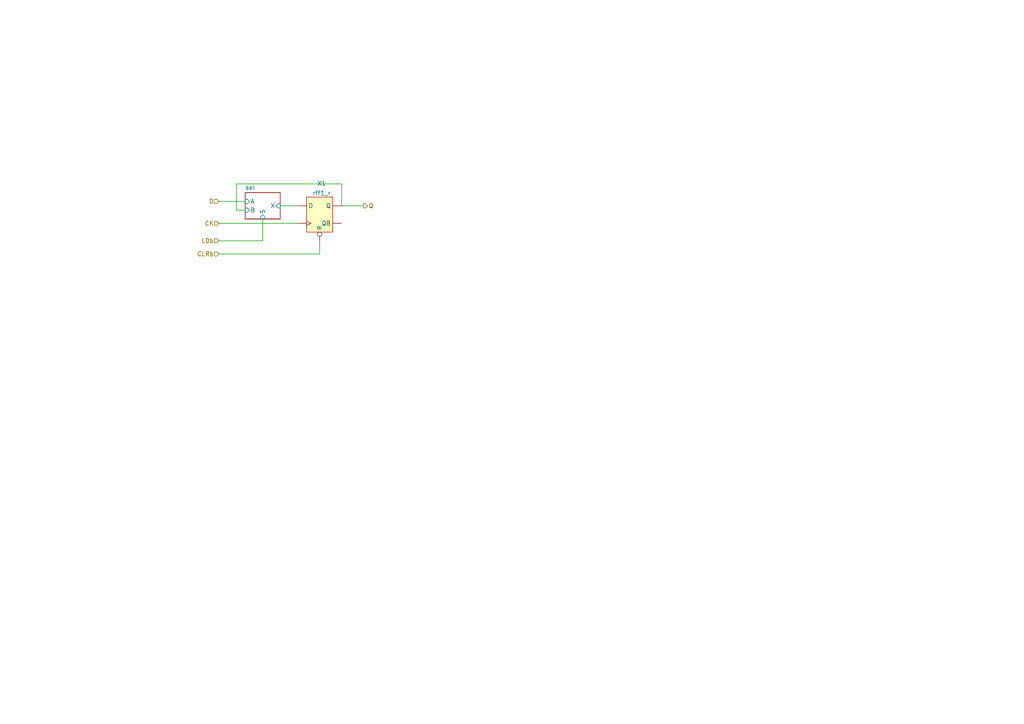
<source format=kicad_sch>
(kicad_sch (version 20211123) (generator eeschema)
  (paper "A4")
  (lib_symbols
    (symbol "OR1_SC:rff1_r"
      (property "Reference" "X" (at 0 6.35 0))
      (property "Value" "rff1_r" (at 3.81 -7.62 0))
      (symbol "rff1_r_0_1"
        (rectangle (start -3.81 5.08) (end 3.81 -5.08) (stroke (width 0.1524)) (fill (type background)))
      )
      (symbol "rff1_r_1_1"
        (pin input clock (at -6.35 -2.54 0) (length 2.54) (name "CK") (number ""))
        (pin input line (at -6.35 2.54 0) (length 2.54) (name "D") (number ""))
        (pin output line (at 6.35 2.54 180) (length 2.54) (name "Q") (number ""))
        (pin output line (at 6.35 -2.54 180) (length 2.54) (name "QB") (number ""))
        (pin input inverted (at 0 -7.62 90) (length 2.54) (name "R") (number ""))
        (pin power_in line (at 2.54 5.08 0) (length 2.54) hide (name "VDD") (number ""))
        (pin power_in line (at 2.54 -5.08 0) (length 2.54) hide (name "VSS") (number ""))
      )
    )
  )
  (wire (pts (xy 63.5 73.66) (xy 92.71 73.66)))
  (wire (pts (xy 63.5 58.42) (xy 71.12 58.42)))
  (wire (pts (xy 99.06 59.69) (xy 105.41 59.69)))
  (wire (pts (xy 63.5 64.77) (xy 86.36 64.77)))
  (wire (pts (xy 68.58 60.96) (xy 68.58 53.34)))
  (wire (pts (xy 81.28 59.69) (xy 86.36 59.69)))
  (wire (pts (xy 92.71 73.66) (xy 92.71 69.85)))
  (wire (pts (xy 63.5 69.85) (xy 76.2 69.85)))
  (wire (pts (xy 71.12 60.96) (xy 68.58 60.96)))
  (wire (pts (xy 76.2 69.85) (xy 76.2 63.5)))
  (wire (pts (xy 99.06 53.34) (xy 99.06 59.69)))
  (wire (pts (xy 68.58 53.34) (xy 99.06 53.34)))
  (hierarchical_label "Q" (shape output) (at 105.41 59.69 0))
  (hierarchical_label "D" (shape input) (at 63.5 58.42 180))
  (hierarchical_label "CK" (shape input) (at 63.5 64.77 180))
  (hierarchical_label "CLRb" (shape input) (at 63.5 73.66 180))
  (hierarchical_label "LDb" (shape input) (at 63.5 69.85 180))
  (symbol (lib_id "OR1_SC:rff1_r") (at 92.71 62.23 0)
    (property "Reference" "X1" (at 93.3069 53.2343 0))
    (property "Value" "rff1_r" (at 93.3069 56.0094 0))
  )
  (sheet (at 71.12 55.88) (size 10.16 7.62) (stroke (width 0.1524))
    (property "Sheet name" "sel" (at 71.12 55.1684 0) (effects (justify left bottom)))
    (property "Sheet file" "sel.kicad_sch" (effects hide))
    (pin "S" input (at 76.2 63.5 270))
    (pin "A" input (at 71.12 58.42 180))
    (pin "B" input (at 71.12 60.96 180))
    (pin "X" input (at 81.28 59.69 0))
  )
)
</source>
